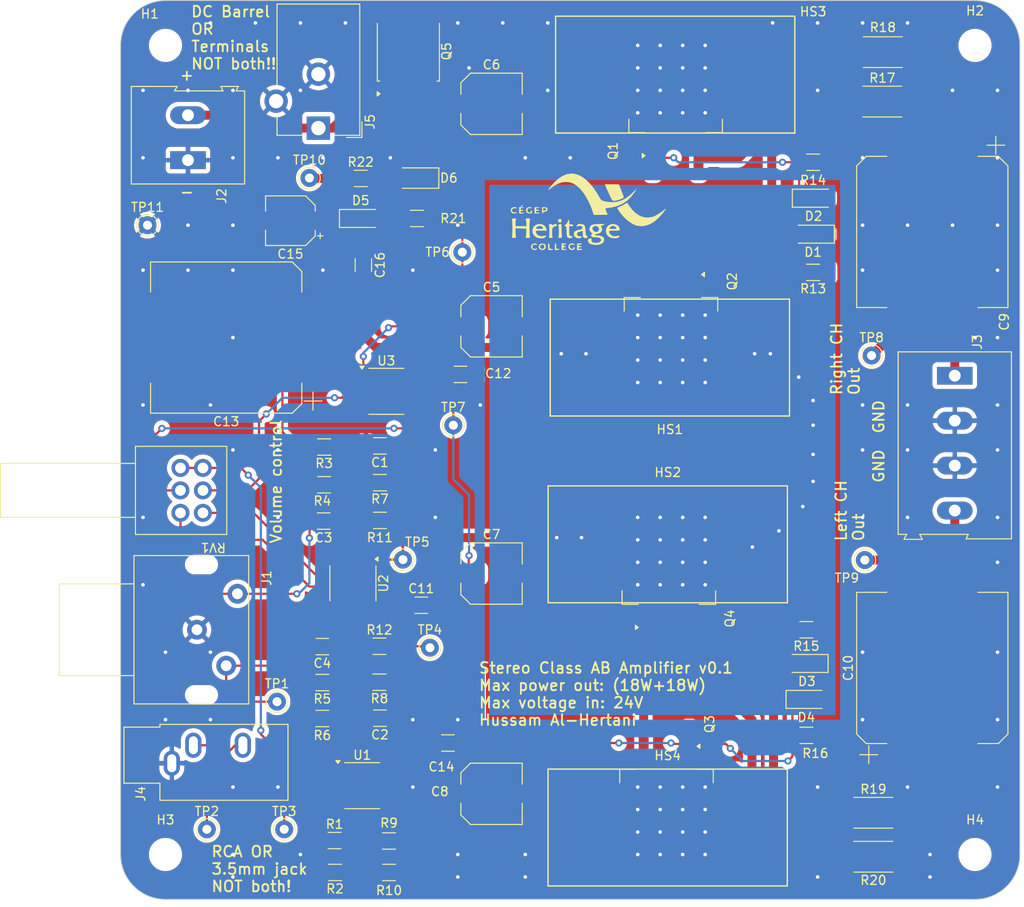
<source format=kicad_pcb>
(kicad_pcb (version 20240108) (generator "pcbnew") (generator_version "8.0")
  (layers (0 "F.Cu" signal) (31 "B.Cu" signal) (34 "B.Paste" user) (35 "F.Paste" user) (36 "B.SilkS" user "B.Silkscreen") (37 "F.SilkS" user "F.Silkscreen") (38 "B.Mask" user) (39 "F.Mask" user) (44 "Edge.Cuts" user))
  (net 0 "")
  (net 1 "Net-(C1-Pad1)")
  (net 2 "GND")
  (net 3 "Net-(C2-Pad1)")
  (net 4 "Net-(U2A-+)")
  (net 5 "Net-(J1-IN1)")
  (net 6 "Net-(U2B-+)")
  (net 7 "Net-(J1-IN2)")
  (net 8 "Net-(U3A--)")
  (net 9 "Net-(D1-A)")
  (net 10 "Net-(D2-K)")
  (net 11 "Net-(U3B--)")
  (net 12 "Net-(D3-A)")
  (net 13 "Net-(D4-K)")
  (net 14 "/POWC")
  (net 15 "/POWD")
  (net 16 "/POWG")
  (net 17 "/POWH")
  (net 18 "VCC")
  (net 19 "Net-(D1-K)")
  (net 20 "Net-(D3-K)")
  (net 21 "Net-(D5-A)")
  (net 22 "Net-(D6-A)")
  (net 23 "/PWRIN")
  (net 24 "/POWB")
  (net 25 "/POWF")
  (net 26 "/POWA")
  (net 27 "/POWE")
  (net 28 "Net-(U1A-+)")
  (net 29 "Net-(U2A--)")
  (net 30 "Net-(U2B--)")
  (net 31 "Net-(U1B-+)")
  (net 32 "Net-(R11-Pad2)")
  (net 33 "Net-(R12-Pad2)")
  (net 34 "Net-(U3A-+)")
  (net 35 "VCC_DIV_2")
  (net 36 "Net-(U3B-+)")
  (net 37 "Net-(U1B--)")
  (footprint "Resistor_SMD:R_1206_3216Metric_Pad1.30x1.75mm_HandSolder" (layer "F.Cu") (at 128.8375 103.6375 180)
    (property "Reference" "R7")
    (property "Value" "10k")
  )
  (footprint "Capacitor_SMD:CP_Elec_16x17.5" (layer "F.Cu") (at 190.25 75.75 -90)
    (property "Reference" "C9")
    (property "Value" "1000u")
  )
  (footprint "Resistor_SMD:R_2512_6332Metric_Pad1.40x3.35mm_HandSolder" (layer "F.Cu") (at 184.75 55.75 180)
    (property "Reference" "R18")
    (property "Value" "1")
  )
  (footprint "TestPoint:TestPoint_THTPad_D2.0mm_Drill1.0mm" (layer "F.Cu") (at 103 75)
    (property "Reference" "TP11")
    (property "Value" "GND")
  )
  (footprint "Resistor_SMD:R_1206_3216Metric_Pad1.30x1.75mm_HandSolder" (layer "F.Cu") (at 122.4375 125.875 180)
    (property "Reference" "R5")
    (property "Value" "22k")
  )
  (footprint "Package_TO_SOT_SMD:TO-252-2" (layer "F.Cu") (at 132.0025 55.66 90)
    (property "Reference" "Q5")
    (property "Value" "DMP6180SK3")
  )
  (footprint "Resistor_SMD:R_1206_3216Metric_Pad1.30x1.75mm_HandSolder" (layer "F.Cu") (at 122.6375 99.675 180)
    (property "Reference" "R3")
    (property "Value" "22k")
  )
  (footprint "TestPoint:TestPoint_THTPad_D2.0mm_Drill1.0mm" (layer "F.Cu") (at 138 78)
    (property "Reference" "TP6")
    (property "Value" "INR2")
  )
  (footprint "Connector_Audio:Jack_3.5mm_CUI_SJ1-3533NG_Horizontal" (layer "F.Cu") (at 105.7 134.85 90)
    (property "Reference" "J4")
    (property "Value" "AudioJack3")
  )
  (footprint "Resistor_SMD:R_1206_3216Metric_Pad1.30x1.75mm_HandSolder" (layer "F.Cu") (at 122.6375 103.875)
    (property "Reference" "R4")
    (property "Value" "22k")
  )
  (footprint "Resistor_SMD:R_1206_3216Metric_Pad1.30x1.75mm_HandSolder" (layer "F.Cu") (at 129.85 147)
    (property "Reference" "R10")
    (property "Value" "22k")
  )
  (footprint "MountingHole:MountingHole_3.2mm_M3_ISO7380" (layer "F.Cu") (at 195 145)
    (property "Reference" "H4")
    (property "Value" "MountingHole")
  )
  (footprint "TestPoint:TestPoint_THTPad_D2.0mm_Drill1.0mm" (layer "F.Cu") (at 121 69.75)
    (property "Reference" "TP10")
    (property "Value" "VCC")
  )
  (footprint "Capacitor_SMD:C_Elec_6.3x5.4" (layer "F.Cu") (at 141.25 113.75)
    (property "Reference" "C7")
    (property "Value" "33u")
  )
  (footprint "Package_TO_SOT_SMD:TO-263-2" (layer "F.Cu") (at 160.96 112.35 90)
    (property "Reference" "Q4")
    (property "Value" "NJVMJB41CT4G")
  )
  (footprint "Package_SO:SOIC-8_3.9x4.9mm_P1.27mm" (layer "F.Cu") (at 125.8375 114.8375 -90)
    (property "Reference" "U2")
    (property "Value" "NE5532")
  )
  (footprint "myparts:RCJ-2223" (layer "F.Cu") (at 108.5 120 90)
    (property "Reference" "J1")
    (property "Value" "Conn_Coaxial_x2")
  )
  (footprint "Diode_SMD:D_SOD-123" (layer "F.Cu") (at 177.05 72)
    (property "Reference" "D2")
    (property "Value" "1N4148W")
  )
  (footprint "Resistor_SMD:R_1206_3216Metric_Pad1.30x1.75mm_HandSolder" (layer "F.Cu") (at 123.8 143.45)
    (property "Reference" "R1")
    (property "Value" "22k")
  )
  (footprint "TestPoint:TestPoint_THTPad_D2.0mm_Drill1.0mm" (layer "F.Cu") (at 131.4 112.2)
    (property "Reference" "TP5")
    (property "Value" "INR1")
  )
  (footprint "Resistor_SMD:R_1206_3216Metric_Pad1.30x1.75mm_HandSolder" (layer "F.Cu") (at 128.8375 107.8375)
    (property "Reference" "R11")
    (property "Value" "220k")
  )
  (footprint "TestPoint:TestPoint_THTPad_D2.0mm_Drill1.0mm" (layer "F.Cu") (at 183.5 89.5)
    (property "Reference" "TP8")
    (property "Value" "OUTR")
  )
  (footprint "Capacitor_SMD:C_Elec_6.3x5.4" (layer "F.Cu") (at 141.25 86.25)
    (property "Reference" "C5")
    (property "Value" "33u")
  )
  (footprint "TestPoint:TestPoint_THTPad_D2.0mm_Drill1.0mm" (layer "F.Cu") (at 117.4 128)
    (property "Reference" "TP1")
    (property "Value" "INL0")
  )
  (footprint "Diode_SMD:D_SOD-123" (layer "F.Cu") (at 176.305 123.75 180)
    (property "Reference" "D3")
    (property "Value" "1N4148W")
  )
  (footprint "Heatsink:Heatsink_AAVID_573300D00010G_TO-263" (layer "F.Cu") (at 160.83 142)
    (property "Reference" "HS4")
    (property "Value" "Q3")
  )
  (footprint "Capacitor_SMD:C_1206_3216Metric_Pad1.33x1.80mm_HandSolder" (layer "F.Cu") (at 128.8375 99.55 180)
    (property "Reference" "C1")
    (property "Value" "1u")
  )
  (footprint "Resistor_SMD:R_1206_3216Metric_Pad1.30x1.75mm_HandSolder" (layer "F.Cu") (at 126.7 69.8)
    (property "Reference" "R22")
    (property "Value" "2.4k")
  )
  (footprint "Package_TO_SOT_SMD:TO-263-2" (layer "F.Cu") (at 160.7 140.35 -90)
    (property "Reference" "Q3")
    (property "Value" "NJVMJB42CT4G")
  )
  (footprint "Resistor_SMD:R_1206_3216Metric_Pad1.30x1.75mm_HandSolder" (layer "F.Cu") (at 123.85 147 180)
    (property "Reference" "R2")
    (property "Value" "22k")
  )
  (footprint "Capacitor_SMD:C_1206_3216Metric_Pad1.33x1.80mm_HandSolder" (layer "F.Cu") (at 127 79.4375 -90)
    (property "Reference" "C16")
    (property "Value" "1u")
  )
  (footprint "MountingHole:MountingHole_3.2mm_M3_ISO7380" (layer "F.Cu") (at 105 55)
    (property "Reference" "H1")
    (property "Value" "MountingHole")
  )
  (footprint "Diode_SMD:D_SOD-123" (layer "F.Cu") (at 126.7 74.25)
    (property "Reference" "D5")
    (property "Value" "MMSZ52XXB")
  )
  (footprint "Heatsink:Heatsink_AAVID_573300D00010G_TO-263" (layer "F.Cu") (at 160.84 110.5)
    (property "Reference" "HS2")
    (property "Value" "Q4")
  )
  (footprint "Capacitor_SMD:C_Elec_6.3x5.4" (layer "F.Cu") (at 141.25 61.5)
    (property "Reference" "C6")
    (property "Value" "33u")
  )
  (footprint "Resistor_SMD:R_1206_3216Metric_Pad1.30x1.75mm_HandSolder" (layer "F.Cu") (at 122.4375 129.875)
    (property "Reference" "R6")
    (property "Value" "22k")
  )
  (footprint "Capacitor_SMD:C_1206_3216Metric_Pad1.33x1.80mm_HandSolder" (layer "F.Cu") (at 133.4375 117.275)
    (property "Reference" "C11")
    (property "Value" "1u")
  )
  (footprint "Capacitor_SMD:CP_Elec_16x17.5" (layer "F.Cu") (at 190.25 124.25 90)
    (property "Reference" "C10")
    (property "Value" "1000u")
  )
  (footprint "Diode_SMD:D_SOD-123" (layer "F.Cu") (at 176.35 127.75)
    (property "Reference" "D4")
    (property "Value" "1N4148W")
  )
  (footprint "Heatsink:Heatsink_AAVID_573300D00010G_TO-263" (layer "F.Cu") (at 161.67 58.25)
    (property "Reference" "HS3")
    (property "Value" "Q1")
  )
  (footprint "TestPoint:TestPoint_THTPad_D2.0mm_Drill1.0mm" (layer "F.Cu") (at 134.4 122)
    (property "Reference" "TP4")
    (property "Value" "INL1")
  )
  (footprint "MountingHole:MountingHole_3.2mm_M3_ISO7380" (layer "F.Cu") (at 195 55)
    (property "Reference" "H2")
    (property "Value" "MountingHole")
  )
  (footprint "Resistor_SMD:R_2512_6332Metric_Pad1.40x3.35mm_HandSolder" (layer "F.Cu") (at 184.7 61.25)
    (property "Reference" "R17")
    (property "Value" "1")
  )
  (footprint "myparts:PTD902-2015K-B103" (layer "F.Cu") (at 106.6625 107 180)
    (property "Reference" "RV1")
    (property "Value" "10k")
  )
  (footprint "TerminalBlock:TerminalBlock_Altech_AK300-4_P5.00mm" (layer "F.Cu") (at 192.75 91.74 -90)
    (property "Reference" "J3")
    (property "Value" "Screw_Terminal_01x04")
  )
  (footprint "TerminalBlock:TerminalBlock_Altech_AK300-2_P5.00mm" (layer "F.Cu") (at 107.5 67.765 90)
    (property "Reference" "J2")
    (property "Value" "Screw_Terminal_01x02")
  )
  (footprint "Resistor_SMD:R_1206_3216Metric_Pad1.30x1.75mm_HandSolder" (layer "F.Cu") (at 177 68)
    (property "Reference" "R14")
    (property "Value" "3k")
  )
  (footprint "Package_SO:SOIC-8_3.9x4.9mm_P1.27mm" (layer "F.Cu") (at 126.875 137.345)
    (property "Reference" "U1")
    (property "Value" "NE5532")
  )
  (footprint "Package_TO_SOT_SMD:TO-263-2" (layer "F.Cu") (at 161.715 59.875 90)
    (property "Reference" "Q1")
    (property "Value" "NJVMJB42CT4G")
  )
  (footprint "logos:heritage-logo-small" (layer "F.Cu") (at 151.75 73.5)
    (property "Reference" "G***" (hide yes))
    (property "Value" "LOGO" (hide yes))
  )
  (footprint "Resistor_SMD:R_1206_3216Metric_Pad1.30x1.75mm_HandSolder" (layer "F.Cu") (at 176.25 131.75)
    (property "Reference" "R16")
    (property "Value" "3k")
  )
  (footprint "TestPoint:TestPoint_THTPad_D2.0mm_Drill1.0mm" (layer "F.Cu") (at 118.2 142.2)
    (property "Reference" "TP3")
    (property "Value" "VCC_DIV_2")
  )
  (footprint "TestPoint:TestPoint_THTPad_D2.0mm_Drill1.0mm" (layer "F.Cu") (at 137 97.25)
    (property "Reference" "TP7")
    (property "Value" "INL2")
  )
  (footprint "Resistor_SMD:R_2512_6332Metric_Pad1.40x3.35mm_HandSolder" (layer "F.Cu") (at 183.7 140.36)
    (property "Reference" "R19")
    (property "Value" "1")
  )
  (footprint "Resistor_SMD:R_2512_6332Metric_Pad1.40x3.35mm_HandSolder" (layer "F.Cu") (at 183.7 145.25 180)
    (property "Reference" "R20")
    (property "Value" "1")
  )
  (footprint "Resistor_SMD:R_1206_3216Metric_Pad1.30x1.75mm_HandSolder" (layer "F.Cu") (at 129.85 143.5 180)
    (property "Reference" "R9")
    (property "Value" "22k")
  )
  (footprint "Heatsink:Heatsink_AAVID_573300D00010G_TO-263" (layer "F.Cu") (at 161.07 89.725 180)
    (property "Reference" "HS1")
    (property "Value" "Q2")
  )
  (footprint "Package_TO_SOT_SMD:TO-263-2" (layer "F.Cu") (at 161.2 87.875 -90)
    (property "Reference" "Q2")
    (property "Value" "NJVMJB41CT4G")
  )
  (footprint "Capacitor_SMD:C_1206_3216Metric_Pad1.33x1.80mm_HandSolder" (layer "F.Cu") (at 122.4375 121.875 180)
    (property "Reference" "C4")
    (property "Value" "1u")
  )
  (footprint "LED_SMD:LED_1206_3216Metric_Pad1.42x1.75mm_HandSolder" (layer "F.Cu") (at 132.9275 69.76 180)
    (property "Reference" "D6")
    (property "Value" "LED")
  )
  (footprint "Resistor_SMD:R_1206_3216Metric_Pad1.30x1.75mm_HandSolder" (layer "F.Cu") (at 176.25 120 180)
    (property "Reference" "R15")
    (property "Value" "3k")
  )
  (footprint "Diode_SMD:D_SOD-123" (layer "F.Cu") (at 177 76 180)
    (property "Reference" "D1")
    (property "Value" "1N4148W")
  )
  (footprint "Capacitor_SMD:C_1206_3216Metric_Pad1.33x1.80mm_HandSolder" (layer "F.Cu") (at 122.5875 107.9125 180)
    (property "Reference" "C3")
    (property "Value" "1u")
  )
  (footprint "Connector_BarrelJack:BarrelJack_CUI_PJ-102AH_Horizontal" (layer "F.Cu") (at 122 64.2 180)
    (property "Reference" "J5")
    (property "Value" "Barrel_Jack_Switch")
  )
  (footprint "Capacitor_SMD:C_Elec_6.3x5.4" (layer "F.Cu") (at 141.25 138.25)
    (property "Reference" "C8")
    (property "Value" "33u")
  )
  (footprint "MountingHole:MountingHole_3.2mm_M3_ISO7380" (layer "F.Cu") (at 105 145)
    (property "Reference" "H3")
    (property "Value" "MountingHole")
  )
  (footprint "TestPoint:TestPoint_THTPad_D2.0mm_Drill1.0mm" (layer "F.Cu") (at 182.75 112.25)
    (property "Reference" "TP9")
    (property "Value" "OUTL")
  )
  (footprint "Resistor_SMD:R_1206_3216Metric_Pad1.30x1.75mm_HandSolder" (layer "F.Cu") (at 177 80.25 180)
    (property "Reference" "R13")
    (property "Value" "3k")
  )
  (footprint "Resistor_SMD:R_1206_3216Metric_Pad1.30x1.75mm_HandSolder" (layer "F.Cu") (at 128.7875 121.8375)
    (property "Reference" "R12")
    (property "Value" "220k")
  )
  (footprint "Capacitor_SMD:CP_Elec_16x17.5" (layer "F.Cu") (at 111.75 87.5 180)
    (property "Reference" "C13")
    (property "Value" "1000u")
  )
  (footprint "Capacitor_SMD:C_1206_3216Metric_Pad1.33x1.80mm_HandSolder" (layer "F.Cu") (at 137.8 91.6)
    (property "Reference" "C12")
    (property "Value" "1u")
  )
  (footprint "Capacitor_SMD:CP_Elec_5x5.3" (layer "F.Cu") (at 118.8875 74.5 180)
    (property "Reference" "C15")
    (property "Value" "10u")
  )
  (footprint "Capacitor_SMD:C_1206_3216Metric_Pad1.33x1.80mm_HandSolder" (layer "F.Cu") (at 136.4 132.6)
    (property "Reference" "C14")
    (property "Value" "1u")
  )
  (footprint "Capacitor_SMD:C_1206_3216Metric_Pad1.33x1.80mm_HandSolder" (layer "F.Cu") (at 128.8375 129.8375 180)
    (property "Reference" "C2")
    (property "Value" "1u")
  )
  (footprint "Resistor_SMD:R_1206_3216Metric_Pad1.30x1.75mm_HandSolder" (layer "F.Cu") (at 128.7875 125.8375 180)
    (property "Reference" "R8")
    (property "Value" "10k")
  )
  (footprint "Resistor_SMD:R_1206_3216Metric_Pad1.30x1.75mm_HandSolder" (layer "F.Cu") (at 132.95 74.25)
    (property "Reference" "R21")
    (property "Value" "100k")
  )
  (footprint "TestPoint:TestPoint_THTPad_D2.0mm_Drill1.0mm" (layer "F.Cu") (at 109.6 142.2)
    (property "Reference" "TP2")
    (property "Value" "INR0")
  )
  (footprint "Package_SO:SOIC-8_3.9x4.9mm_P1.27mm" (layer "F.Cu") (at 129.55 93.48)
    (property "Reference" "U3")
    (property "Value" "NE5532")
  )
  (gr_line (start 105 50) (end 195 50) (stroke (width 0.1)) (layer "Edge.Cuts"))
  (gr_arc (start 195 50) (mid 198.535534 51.464466) (end 200 55) (stroke (width 0.1)) (layer "Edge.Cuts"))
  (gr_line (start 200 55) (end 200 145) (stroke (width 0.1)) (layer "Edge.Cuts"))
  (gr_arc (start 105 150) (mid 101.464466 148.535534) (end 100 145) (stroke (width 0.1)) (layer "Edge.Cuts"))
  (gr_line (start 195 150) (end 105 150) (stroke (width 0.1)) (layer "Edge.Cuts"))
  (gr_arc (start 100 55) (mid 101.464466 51.464466) (end 105 50) (stroke (width 0.1)) (layer "Edge.Cuts"))
  (gr_line (start 100 145) (end 100 55) (stroke (width 0.1)) (layer "Edge.Cuts"))
  (gr_arc (start 200 145) (mid 198.535534 148.535534) (end 195 150) (stroke (width 0.1)) (layer "Edge.Cuts"))
  (gr_text "DC Barrel \nOR \nTerminals \nNOT both!!" (at 107.75 57.75 0) (layer "F.SilkS") (effects (font (size 1.2 1.2) (thickness 0.2) (bold yes)) (justify left bottom)))
  (gr_text "RCA OR \n3.5mm jack \nNOT both! \n" (at 110 149.25 0) (layer "F.SilkS") (effects (font (size 1.2 1.2) (thickness 0.2) (bold yes)) (justify left bottom)))
  (gr_text "Right CH\nOut" (at 182.25 94 90) (layer "F.SilkS") (effects (font (size 1.2 1.2) (thickness 0.2) (bold yes)) (justify left bottom)))
  (gr_text "-" (at 106.5 72 0) (layer "F.SilkS") (effects (font (size 1.2 1.2) (thickness 0.2) (bold yes)) (justify left bottom)))
  (gr_text "Left CH\nOut" (at 182.75 110.25 90) (layer "F.SilkS") (effects (font (size 1.2 1.2) (thickness 0.2) (bold yes)) (justify left bottom)))
  (gr_text "Stereo Class AB Amplifier v0.1\nMax power out: (18W+18W)\nMax voltage in: 24V \nHussam Al-Hertani" (at 139.75 130.75 0) (layer "F.SilkS") (effects (font (size 1.2 1.2) (thickness 0.2) (bold yes)) (justify left bottom)))
  (gr_text "GND  GND" (at 185 103.75 90) (layer "F.SilkS") (effects (font (size 1.2 1.2) (thickness 0.2) (bold yes)) (justify left bottom)))
  (gr_text "Volume control" (at 118 110.5 90) (layer "F.SilkS") (effects (font (size 1.2 1.2) (thickness 0.2) (bold yes)) (justify left bottom)))
  (gr_text "+" (at 106.5 59 0) (layer "F.SilkS") (effects (font (size 1.2 1.2) (thickness 0.2) (bold yes)) (justify left bottom)))
  (segment (start 130.4 103.625) (end 130.3875 103.6375) (width 0.25) (layer "F.Cu") (net 1))
  (segment (start 130.4 99.55) (end 130.4 103.625) (width 0.25) (layer "F.Cu") (net 1))
  (via (at 197.5 112.5) (size 0.8) (drill 0.4) (layers "F.Cu" "B.Cu") (net 2))
  (via (at 125 52.5) (size 0.8) (drill 0.4) (layers "F.Cu" "B.Cu") (net 2))
  (via (at 177.5 137.5) (size 0.8) (drill 0.4) (layers "F.Cu" "B.Cu") (net 2))
  (via (at 110 130) (size 0.8) (drill 0.4) (layers "F.Cu" "B.Cu") (net 2))
  (via (at 102.5 115) (size 0.8) (drill 0.4) (layers "F.Cu" "B.Cu") (net 2))
  (via (at 147.5 52.5) (size 0.8) (drill 0.4) (layers "F.Cu" "B.Cu") (net 2))
  (via (at 157.5 142.5) (size 0.8) (drill 0.4) (layers "F.Cu" "B.Cu") (net 2))
  (via (at 160 57.5) (size 0.8) (drill 0.4) (layers "F.Cu" "B.Cu") (net 2))
  (via (at 135 107.5) (size 0.8) (drill 0.4) (layers "F.Cu" "B.Cu") (net 2))
  (via (at 187.5 137.5) (size 0.8) (drill 0.4) (layers "F.Cu" "B.Cu") (net 2))
  (via (at 117.5 107.5) (size 0.8) (drill 0.4) (layers "F.Cu" "B.Cu") (net 2))
  (via (at 162.5 140) (size 0.8) (drill 0.4) (layers "F.Cu" "B.Cu") (net 2))
  (via (at 197.5 95) (size 0.8) (drill 0.4) (layers "F.Cu" "B.Cu") (net 2))
  (via (at 182.5 122.5) (size 0.8) (drill 0.4) (layers "F.Cu" "B.Cu") (net 2))
  (via (at 112.5 147.5) (size 0.8) (drill 0.4) (layers "F.Cu" "B.Cu") (net 2))
  (via (at 197.5 137.5) (size 0.8) (drill 0.4) (layers "F.Cu" "B.Cu") (net 2))
  (via (at 182.5 80) (size 0.8) (drill 0.4) (layers "F.Cu" "B.Cu") (net 2))
  (via (at 110 122.5) (size 0.8) (drill 0.4) (layers "F.Cu" "B.Cu") (net 2))
  (via (at 157.5 62.5) (size 0.8) (drill 0.4) (layers "F.Cu" "B.Cu") (net 2))
  (via (at 182.5 52.5) (size 0.8) (drill 0.4) (layers "F.Cu" "B.Cu") (net 2))
  (via (at 197.5 87.5) (size 0.8) (drill 0.4) (layers "F.Cu" "B.Cu") (net 2))
  (via (at 132.5 137.5) (size 0.8) (drill 0.4) (layers "F.Cu" "B.Cu") (net 2))
  (via (at 142.5 52.5) (size 0.8) (drill 0.4) (layers "F.Cu" "B.Cu") (net 2))
  (via (at 187.5 100) (size 0.8) (drill 0.4) (layers "F.Cu" "B.Cu") (net 2))
  (via (at 160 62.5) (size 0.8) (drill 0.4) (layers "F.Cu" "B.Cu") (net 2))
  (via (at 197.5 67.5) (size 0.8) (drill 0.4) (layers "F.Cu" "B.Cu") (net 2))
  (via (at 190 147.5) (size 0.8) (drill 0.4) (layers "F.Cu" "B.Cu") (net 2))
  (via (at 132.5 130) (size 0.8) (drill 0.4) (layers "F.Cu" "B.Cu") (net 2))
  (via (at 162.5 137.5) (size 0.8) (drill 0.4) (layers "F.Cu" "B.Cu") (net 2))
  (via (at 160 55) (size 0.8) (drill 0.4) (layers "F.Cu" "B.Cu") (net 2))
  (via (at 197.5 107.5) (size 0.8) (drill 0.4) (layers "F.Cu" "B.Cu") (net 2))
  (via (at 197.5 122.5) (size 0.8) (drill 0.4) (layers "F.Cu" "B.Cu") (net 2))
  (via (at 160 145) (size 0.8) (drill 0.4) (layers "F.Cu" "B.Cu") (net 2))
  (via (at 145 67.5) (size 0.8) (drill 0.4) (layers "F.Cu" "B.Cu") (net 2))
  (via (at 102.5 67.5) (size 0.8) (drill 0.4) (layers "F.Cu" "B.Cu") (net 2))
  (via (at 160 137.5) (size 0.8) (drill 0.4) (layers "F.Cu" "B.Cu") (net 2))
  (via (at 112.5 75) (size 0.8) (drill 0.4) (layers "F.Cu" "B.Cu") (net 2))
  (via (at 140 95) (size 0.8) (drill 0.4) (layers "F.Cu" "B.Cu") (net 2))
  (via (at 197.5 80) (size 0.8) (drill 0.4) (layers "F.Cu" "B.Cu") (net 2))
  (via (at 137.5 147.5) (size 0.8) (drill 0.4) (layers "F.Cu" "B.Cu") (net 2))
  (via (at 112.5 60) (size 0.8) (drill 0.4) (layers "F.Cu" "B.Cu") (net 2))
  (via (at 162.5 60) (size 0.8) (drill 0.4) (layers "F.Cu" "B.Cu") (net 2))
  (via (at 107.5 60) (size 0.8) (drill 0.4) (layers "F.Cu" "B.Cu") (net 2))
  (via (at 120 52.5) (size 0.8) (drill 0.4) (layers "F.Cu" "B.Cu") (net 2))
  (via (at 157.5 145) (size 0.8) (drill 0.4) (layers "F.Cu" "B.Cu") (net 2))
  (via (at 162.5 142.5) (size 0.8) (drill 0.4) (layers "F.Cu" "B.Cu") (net 2))
  (via (at 107.5 75) (size 0.8) (drill 0.4) (layers "F.Cu" "B.Cu") (net 2))
  (via (at 160 60) (size 0.8) (drill 0.4) (layers "F.Cu" "B.Cu") (net 2))
  (via (at 135 100) (size 0.8) (drill 0.4) (layers "F.Cu" "B.Cu") (net 2))
  (via (at 150 67.5) (size 0.8) (drill 0.4) (layers "F.Cu" "B.Cu") (net 2))
  (via (at 112.5 67.5) (size 0.8) (drill 0.4) (layers "F.Cu" "B.Cu") (net 2))
  (via (at 187.5 95) (size 0.8) (drill 0.4) (layers "F.Cu" "B.Cu") (net 2))
  (via (at 102.5 80) (size 0.8) (drill 0.4) (layers "F.Cu" "B.Cu") (net 2))
  (via (at 160 142.5) (size 0.8) (drill 0.4) (layers "F.Cu" "B.Cu") (net 2))
  (via (at 172.5 52.5) (size 0.8) (drill 0.4) (layers "F.Cu" "B.Cu") (net 2))
  (via (at 182.5 67.5) (size 0.8) (drill 0.4) (layers "F.Cu" "B.Cu") (net 2))
  (via (at 182.5 100) (size 0.8) (drill 0.4) (layers "F.Cu" "B.Cu") (net 2))
  (via (at 197.5 75) (size 0.8) (drill 0.4) (layers "F.Cu" "B.Cu") (net 2))
  (via (at 165 137.5) (size 0.8) (drill 0.4) (layers "F.Cu" "B.Cu") (net 2))
  (via (at 122.5 80) (size 0.8) (drill 0.4) (layers "F.Cu" "B.Cu") (net 2))
  (via (at 187.5 52.5) (size 0.8) (drill 0.4) (layers "F.Cu" "B.Cu") (net 2))
  (via (at 160 140) (size 0.8) (drill 0.4) (layers "F.Cu" "B.Cu") (net 2))
  (via (at 117.5 100) (size 0.8) (drill 0.4) (layers "F.Cu" "B.Cu") (net 2))
  (via (at 182.5 107.5) (size 0.8) (drill 0.4) (layers "F.Cu" "B.Cu") (net 2))
  (via (at 115 52.5) (size 0.8) (drill 0.4) (layers "F.Cu" "B.Cu") (net 2))
  (via (at 190 145) (size 0.8) (drill 0.4) (layers "F.Cu" "B.Cu") (net 2))
  (via (at 117.5 67.5) (size 0.8) (drill 0.4) (layers "F.Cu" "B.Cu") (net 2))
  (via (at 177.5 147.5) (size 0.8) (drill 0.4) (layers "F.Cu" "B.Cu") (net 2))
  (via (at 112.5 137.5) (size 0.8) (drill 0.4) (layers "F.Cu" "B.Cu") (net 2))
  (via (at 162.5 145) (size 0.8) (drill 0.4) (layers "F.Cu" "B.Cu") (net 2))
  (via (at 157.5 57.5) (size 0.8) (drill 0.4) (layers "F.Cu" "B.Cu") (net 2))
  (via (at 182.5 130) (size 0.8) (drill 0.4) (layers "F.Cu" "B.Cu") (net 2))
  (via (at 122.5 67.5) (size 0.8) (drill 0.4) (layers "F.Cu" "B.Cu") (net 2))
  (via (at 177.5 60) (size 0.8) (drill 0.4) (layers "F.Cu" "B.Cu") (net 2))
  (via (at 165 140) (size 0.8) (drill 0.4) (layers "F.Cu" "B.Cu") (net 2))
  (via (at 110 52.5) (size 0.8) (drill 0.4) (layers "F.Cu" "B.Cu") (net 2))
  (via (at 112.5 100) (size 0.8) (drill 0.4) (layers "F.Cu" "B.Cu") (net 2))
  (via (at 157.5 60) (size 0.8) (drill 0.4) (layers "F.Cu" "B.Cu") (net 2))
  (via (at 137.5 52.5) (size 0.8) (drill 0.4) (layers "F.Cu" "B.Cu") (net 2))
  (via (at 197.5 100) (size 0.8) (drill 0.4) (layers "F.Cu" "B.Cu") (net 2))
  (via (at 107.5 80) (size 0.8) (drill 0.4) (layers "F.Cu" "B.Cu") (net 2))
  (via (at 105 130) (size 0.8) (drill 0.4) (layers "F.Cu" "B.Cu") (net 2))
  (via (at 102.5 107.5) (size 0.8) (drill 0.4) (layers "F.Cu" "B.Cu") (net 2))
  (via (at 157.5 140) (size 0.8) (drill 0.4) (layers "F.Cu" "B.Cu") (net 2))
  (via (at 112.5 145) (size 0.8) (drill 0.4) (layers "F.Cu" "B.Cu") (net 2))
  (via (at 102.5 95) (size 0.8) (drill 0.4) (layers "F.Cu" "B.Cu") (net 2))
  (via (at 165 62.5) (size 0.8) (drill 0.4) (layers "F.Cu" "B.Cu") (net 2))
  (via (at 130 67.5) (size 0.8) (drill 0.4) (layers "F.Cu" "B.Cu") (net 2))
  (via (at 165 55) (size 0.8) (drill 0.4) (layers "F.Cu" "B.Cu") (net 2))
  (via (at 187.5 75) (size 0.8) (drill 0.4) (layers "F.Cu" "B.Cu") (net 2))
  (via (at 112.5 87.5) (size 0.8) (drill 0.4) (layers "F.Cu" "B.Cu") (net 2))
  (via (at 165 60) (size 0.8) (drill 0.4) (layers "F.Cu" "B.Cu") (net 2))
  (via (at 137.5 75) (size 0.8) (drill 0.4) (layers "F.Cu" "B.Cu") (net 2))
  (via (at 105 122.5) (size 0.8) (drill 0.4) (layers "F.Cu" "B.Cu") (net 2))
  (via (at 112.5 80) (size 0.8) (drill 0.4) (layers "F.Cu" "B.Cu") (net 2))
  (via (at 182.5 95) (size 0.8) (drill 0.4) (layers "F.Cu" "B.Cu") (net 2))
  (via (at 162.5 62.5) (size 0.8) (drill 0.4) (layers "F.Cu" "B.Cu") (net 2))
  (via (at 120 145) (size 0.8) (drill 0.4) (layers "F.Cu" "B.Cu") (net 2))
  (via (at 182.5 75) (size 0.8) (drill 0.4) (layers "F.Cu" "B.Cu") (net 2))
  (via (at 138.75 57.5) (size 0.8) (drill 0.4) (layers "F.Cu" "B.Cu") (net 2))
  (via (at 192.5 75) (size 0.8) (drill 0.4) (layers "F.Cu" "B.Cu") (net 2))
  (via (at 162.5 55) (size 0.8) (drill 0.4) (layers "F.Cu" "B.Cu") (net 2))
  (via (at 145 145) (size 0.8) (drill 0.4) (layers "F.Cu" "B.Cu") (net 2))
  (via (at 165 145) (size 0.8) (drill 0.4) (layers "F.Cu" "B.Cu") (net 2))
  (via (at 187.5 107.5) (size 0.8) (drill 0.4) (layers "F.Cu" "B.Cu") (net 2))
  (via (at 117.5 137.5) (size 0.8) (drill 0.4) (layers "F.Cu" "B.Cu") (net 2))
  (via (at 165 142.5) (size 0.8) (drill 0.4) (layers "F.Cu" "B.Cu") (net 2))
  (via (at 145 147.5) (size 0.8) (drill 0.4) (layers "F.Cu" "B.Cu") (net 2))
  (via (at 137.5 145) (size 0.8) (drill 0.4) (layers "F.Cu" "B.Cu") (net 2))
  (via (at 132.5 80) (size 0.8) (drill 0.4) (layers "F.Cu" "B.Cu") (net 2))
  (via (at 165 57.5) (size 0.8) (drill 0.4) (layers "F.Cu" "B.Cu") (net 2))
  (via (at 192.5 60) (size 0.8) (drill 0.4) (layers "F.Cu" "B.Cu") (net 2))
  (via (at 162.5 57.5) (size 0.8) (drill 0.4) (layers "F.Cu" "B.Cu") (net 2))
  (via (at 195 87.5) (size 0.8) (drill 0.4) (layers "F.Cu" "B.Cu") (net 2))
  (via (at 147.5 60) (size 0.8) (drill 0.4) (layers "F.Cu" "B.Cu") (net 2))
  (via (at 177.5 52.5) (size 0.8) (drill 0.4) (layers "F.Cu" "B.Cu") (net 2))
  (via (at 102.5 60) (size 0.8) (drill 0.4) (layers "F.Cu" "B.Cu") (net 2))
  (via (at 157.5 55) (size 0.8) (drill 0.4) (layers "F.Cu" "B.Cu") (net 2))
  (via (at 157.5 137.5) (size 0.8) (drill 0.4) (layers "F.Cu" "B.Cu") (net 2))
  (via (at 197.5 60) (size 0.8) (drill 0.4) (layers "F.Cu" "B.Cu") (net 2))
  (via (at 110 95) (size 0.8) (drill 0.4) (layers "F.Cu" "B.Cu") (net 2))
  (via (at 137.5 130) (size 0.8) (drill 0.4) (layers "F.Cu" "B.Cu") (net 2))
  (via (at 197.5 130) (size 0.8) (drill 0.4) (layers "F.Cu" "B.Cu") (net 2))
  (via (at 120 60) (size 0.8) (drill 0.4) (layers "F.Cu" "B.Cu") (net 2))
  (segment (start 130.4 125.9) (end 130.3375 125.8375) (width 0.25) (layer "F.Cu") (net 3))
  (segment (start 130.4 129.8375) (end 130.4 125.9) (width 0.25) (layer "F.Cu") (net 3))
  (segment (start 124.1875 103.875) (end 124.1875 104.3875) (width 0.25) (layer "F.Cu") (net 4))
  (segment (start 124.15 104.425) (end 124.15 107.9125) (width 0.25) (layer "F.Cu") (net 4))
  (segment (start 124.15 107.9125) (end 124.15 108.95) (width 0.25) (layer "F.Cu") (net 4))
  (segment (start 125.2025 110.4025) (end 125.2025 112.3625) (width 0.25) (layer "F.Cu") (net 4))
  (segment (start 124.1875 99.675) (end 124.1875 103.875) (width 0.25) (layer "F.Cu") (net 4))
  (segment (start 125.2 110) (end 125.2 110.4) (width 0.25) (layer "F.Cu") (net 4))
  (segment (start 124.15 108.95) (end 125.2 110) (width 0.25) (layer "F.Cu") (net 4))
  (segment (start 124.1875 104.3875) (end 124.15 104.425) (width 0.25) (layer "F.Cu") (net 4))
  (segment (start 125.2 110.4) (end 125.2025 110.4025) (width 0.25) (layer "F.Cu") (net 4))
  (segment (start 102.8 118.6) (end 105.4 116) (width 0.25) (layer "F.Cu") (net 5))
  (segment (start 109.6 136) (end 112.75 132.85) (width 0.25) (layer "F.Cu") (net 5))
  (segment (start 109.6 137.6) (end 109.6 136) (width 0.25) (layer "F.Cu") (net 5))
  (segment (start 121.025 109.775) (end 121 109.8) (width 0.25) (layer "F.Cu") (net 5))
  (segment (start 109.6 142.2) (end 109.6 137.6) (width 0.25) (layer "F.Cu") (net 5))
  (segment (start 109.6 137.6) (end 104.6 137.6) (width 0.25) (layer "F.Cu") (net 5))
  (segment (start 112.75 132.85) (end 113.6 132.85) (width 0.25) (layer "F.Cu") (net 5))
  (segment (start 121.025 107.9125) (end 121.025 109.775) (width 0.25) (layer "F.Cu") (net 5))
  (segment (start 102.8 135.8) (end 102.8 118.6) (width 0.25) (layer "F.Cu") (net 5))
  (segment (start 119.6 116) (end 113 116) (width 0.25) (layer "F.Cu") (net 5))
  (segment (start 104.6 137.6) (end 102.8 135.8) (width 0.25) (layer "F.Cu") (net 5))
  (segment (start 105.4 116) (end 113 116) (width 0.25) (layer "F.Cu") (net 5))
  (via (at 121 109.8) (size 0.8) (drill 0.4) (layers "F.Cu" "B.Cu") (net 5))
  (via (at 119.6 116) (size 0.8) (drill 0.4) (layers "F.Cu" "B.Cu") (net 5))
  (segment (start 121 110.4) (end 121 114.8) (width 0.25) (layer "B.Cu") (net 5))
  (segment (start 121 114.8) (end 119.8 116) (width 0.25) (layer "B.Cu") (net 5))
  (segment (start 121 109.8) (end 121 110.4) (width 0.25) (layer "B.Cu") (net 5))
  (segment (start 119.8 116) (end 119.6 116) (width 0.25) (layer "B.Cu") (net 5))
  (segment (start 123.9875 121.8875) (end 124 121.875) (width 0.25) (layer "F.Cu") (net 6))
  (segment (start 124 117.38) (end 123.9325 117.3125) (width 0.25) (layer "F.Cu") (net 6))
  (segment (start 123.9875 125.875) (end 123.9875 129.875) (width 0.25) (layer "F.Cu") (net 6))
  (segment (start 123.9875 125.875) (end 123.9875 121.8875) (width 0.25) (layer "F.Cu") (net 6))
  (segment (start 124 121.875) (end 124 117.38) (width 0.25) (layer "F.Cu") (net 6))
  (segment (start 111.75 124) (end 111.75 129.2) (width 0.25) (layer "F.Cu") (net 7))
  (segment (start 118.925 121.875) (end 120.875 121.875) (width 0.25) (layer "F.Cu") (net 7))
  (segment (start 111.75 124) (end 116.8 124) (width 0.25) (layer "F.Cu") (net 7))
  (segment (start 111.75 131.25) (end 110.15 132.85) (width 0.25) (layer "F.Cu") (net 7))
  (segment (start 116.8 124) (end 118.925 121.875) (width 0.25) (layer "F.Cu") (net 7))
  (segment (start 111.75 129.2) (end 111.75 131.25) (width 0.25) (layer "F.Cu") (net 7))
  (segment (start 117.4 128) (end 112.95 128) (width 0.25) (layer "F.Cu") (net 7))
  (segment (start 112.95 128) (end 111.75 129.2) (width 0.25) (layer "F.Cu") (net 7))
  (segment (start 110.15 132.85) (end 108.1 132.85) (width 0.25) (layer "F.Cu") (net 7))
  (segment (start 138.7125 86.25) (end 129.95 86.25) (width 0.25) (layer "F.Cu") (net 8))
  (segment (start 127 91.5) (end 127.075 91.575) (width 0.25) (layer "F.Cu") (net 8))
  (segment (start 127 89.6) (end 127 91.5) (width 0.25) (layer "F.Cu") (net 8))
  (segment (start 127.075 91.575) (end 127.075 92.845) (width 0.25) (layer "F.Cu") (net 8))
  (segment (start 138 78) (end 138 81) (width 0.25) (layer "F.Cu") (net 8))
  (segment (start 129.95 86.25) (end 129.8 86.4) (width 0.25) (layer "F.Cu") (net 8))
  (segment (start 138.7125 75.2875) (end 138 76) (width 0.25) (layer "F.Cu") (net 8))
  (segment (start 138.7125 81.7125) (end 138.7125 86.25) (width 0.25) (layer "F.Cu") (net 8))
  (segment (start 138 76) (end 138 78) (width 0.25) (layer "F.Cu") (net 8))
  (segment (start 138.7125 61.5) (end 138.7125 75.2875) (width 0.25) (layer "F.Cu") (net 8))
  (segment (start 138 81) (end 138.7125 81.7125) (width 0.25) (layer "F.Cu") (net 8))
  (via (at 129.8 86.4) (size 0.8) (drill 0.4) (layers "F.Cu" "B.Cu") (net 8))
  (via (at 127 89.6) (size 0.8) (drill 0.4) (layers "F.Cu" "B.Cu") (net 8))
  (segment (start 129.8 86.4) (end 127 89.2) (width 0.25) (layer "B.Cu") (net 8))
  (segment (start 127 89.2) (end 127 89.6) (width 0.25) (layer "B.Cu") (net 8))
  (segment (start 152 82.5) (end 152 87.5) (width 0.25) (layer "F.Cu") (net 9))
  (segment (start 155.5 82) (end 152.5 82) (width 0.25) (layer "F.Cu") (net 9))
  (segment (start 163.765 80.25) (end 163.74 80.225) (width 0.25) (layer "F.Cu") (net 9))
  (segment (start 151.5 88) (end 147.5 88) (width 0.25) (layer "F.Cu") (net 9))
  (segment (start 146.5 86.5) (end 146.25 86.25) (width 0.25) (layer "F.Cu") (net 9))
  (segment (start 146.25 86.25) (end 143.7875 86.25) (width 0.25) (layer "F.Cu") (net 9))
  (segment (start 146.5 87) (end 146.5 86.5) (width 0.25) (layer "F.Cu") (net 9))
  (segment (start 152.5 82) (end 152 82.5) (width 0.25) (layer "F.Cu") (net 9))
  (segment (start 159.5 83.5) (end 157 83.5) (width 0.25) (layer "F.Cu") (net 9))
  (segment (start 144.2 85.8375) (end 143.7875 86.25) (width 0.25) (layer "F.Cu") (net 9))
  (segment (start 160.5 82.5) (end 159.5 83.5) (width 0.25) (layer "F.Cu") (net 9))
  (segment (start 175.45 76.1) (end 175.35 76) (width 0.25) (layer "F.Cu") (net 9))
  (segment (start 163.74 80.225) (end 160.775 80.225) (width 0.25) (layer "F.Cu") (net 9))
  (segment (start 157 83.5) (end 155.5 82) (width 0.25) (layer "F.Cu") (net 9))
  (segment (start 175.45 80.25) (end 163.765 80.25) (width 0.25) (layer "F.Cu") (net 9))
  (segment (start 147.5 88) (end 146.5 87) (width 0.25) (layer "F.Cu") (net 9))
  (segment (start 152 87.5) (end 151.5 88) (width 0.25) (layer "F.Cu") (net 9))
  (segment (start 175.45 80.25) (end 175.45 76.1) (width 0.25) (layer "F.Cu") (net 9))
  (segment (start 160.775 80.225) (end 160.5 80.5) (width 0.25) (layer "F.Cu") (net 9))
  (segment (start 160.5 80.5) (end 160.5 82.5) (width 0.25) (layer "F.Cu") (net 9))
  (segment (start 161.5 67.5) (end 159.2 67.5) (width 0.25) (layer "F.Cu") (net 10))
  (segment (start 147.9 61.5) (end 143.7875 61.5) (width 0.25) (layer "F.Cu") (net 10))
  (segment (start 175.45 68) (end 173.6 68) (width 0.25) (layer "F.Cu") (net 10))
  (segment (start 159.2 67.5) (end 159.175 67.525) (width 0.25) (layer "F.Cu") (net 10))
  (segment (start 175.45 71.95) (end 175.4 72) (width 0.25) (layer "F.Cu") (net 10))
  (segment (start 153.925 67.525) (end 147.9 61.5) (width 0.25) (layer "F.Cu") (net 10))
  (segment (start 175.45 68) (end 175.45 71.95) (width 0.25) (layer "F.Cu") (net 10))
  (segment (start 159.175 67.525) (end 153.925 67.525) (width 0.25) (layer "F.Cu") (net 10))
  (via (at 161.5 67.5) (size 0.8) (drill 0.4) (layers "F.Cu" "B.Cu") (net 10))
  (via (at 173.6 68) (size 0.8) (drill 0.4) (layers "F.Cu" "B.Cu") (net 10))
  (segment (start 173.6 68) (end 162 68) (width 0.25) (layer "B.Cu") (net 10))
  (segment (start 162 68) (end 161.5 67.5) (width 0.25) (layer "B.Cu") (net 10))
  (segment (start 132.025 92.845) (end 132.025 94.115) (width 0.25) (layer "F.Cu") (net 11))
  (segment (start 138.7125 113.75) (end 138.7125 111.7875) (width 0.25) (layer "F.Cu") (net 11))
  (segment (start 138.7125 138.25) (end 138.7125 135.8875) (width 0.25) (layer "F.Cu") (net 11))
  (segment (start 138.7125 123.3125) (end 138.7125 113.75) (width 0.25) (layer "F.Cu") (net 11))
  (segment (start 135.715 94.115) (end 132.025 94.115) (width 0.25) (layer "F.Cu") (net 11))
  (segment (start 138.7125 135.8875) (end 140 134.6) (width 0.25) (layer "F.Cu") (net 11))
  (segment (start 140 134.6) (end 140 124.6) (width 0.25) (layer "F.Cu") (net 11))
  (segment (start 137 95.4) (end 135.715 94.115) (width 0.25) (layer "F.Cu") (net 11))
  (segment (start 137 97.25) (end 137 95.4) (width 0.25) (layer "F.Cu") (net 11))
  (segment (start 140 124.6) (end 138.7125 123.3125) (width 0.25) (layer "F.Cu") (net 11))
  (segment (start 138.7125 111.7875) (end 138.75 111.75) (width 0.25) (layer "F.Cu") (net 11))
  (via (at 138.75 111.75) (size 0.8) (drill 0.4) (layers "F.Cu" "B.Cu") (net 11))
  (segment (start 137 103.25) (end 137 97.25) (width 0.25) (layer "B.Cu") (net 11))
  (segment (start 138.75 105) (end 137 103.25) (width 0.25) (layer "B.Cu") (net 11))
  (segment (start 138.75 111.75) (end 138.75 105) (width 0.25) (layer "B.Cu") (net 11))
  (segment (start 161.5 118.5) (end 160 120) (width 0.25) (layer "F.Cu") (net 12))
  (segment (start 165.5 116.5) (end 162 116.5) (width 0.25) (layer "F.Cu") (net 12))
  (segment (start 160 120) (end 158.42 120) (width 0.25) (layer "F.Cu") (net 12))
  (segment (start 147.6 120) (end 143.8 116.2) (width 0.25) (layer "F.Cu") (net 12))
  (segment (start 174.7 123.705) (end 174.655 123.75) (width 0.25) (layer "F.Cu") (net 12))
  (segment (start 162 116.5) (end 161.5 117) (width 0.25) (layer "F.Cu") (net 12))
  (segment (start 174.7 120) (end 167.5 120) (width 0.25) (layer "F.Cu") (net 12))
  (segment (start 166 117) (end 165.5 116.5) (width 0.25) (layer "F.Cu") (net 12))
  (segment (start 161.5 117) (end 161.5 118.5) (width 0.25) (layer "F.Cu") (net 12))
  (segment (start 166 118.5) (end 166 117) (width 0.25) (layer "F.Cu") (net 12))
  (segment (start 143.8 116.2) (end 143.8 115.6) (width 0.25) (layer "F.Cu") (net 12))
  (segment (start 174.7 120) (end 174.7 123.705) (width 0.25) (layer "F.Cu") (net 12))
  (segment (start 167.5 120) (end 166 118.5) (width 0.25) (layer "F.Cu") (net 12))
  (segment (start 143.8 115.6) (end 143.7875 115.5875) (width 0.25) (layer "F.Cu") (net 12))
  (segment (start 143.7875 115.5875) (end 143.7875 113.75) (width 0.25) (layer "F.Cu") (net 12))
  (segment (start 158.42 120) (end 147.6 120) (width 0.25) (layer "F.Cu") (net 12))
  (segment (start 163.24 132.7) (end 167.3 132.7) (width 0.25) (layer "F.Cu") (net 13))
  (segment (start 161.3 132.7) (end 161.2 132.6) (width 0.25) (layer "F.Cu") (net 13))
  (segment (start 146 132.6) (end 143.7875 134.8125) (width 0.25) (layer "F.Cu") (net 13))
  (segment (start 155.4 132.6) (end 146 132.6) (width 0.25) (layer "F.Cu") (net 13))
  (segment (start 143.7875 134.8125) (end 143.7875 138.25) (width 0.25) (layer "F.Cu") (net 13))
  (segment (start 174.7 134.1) (end 174.2 134.6) (width 0.25) (layer "F.Cu") (net 13))
  (segment (start 174.7 127.75) (end 174.7 131.75) (width 0.25) (layer "F.Cu") (net 13))
  (segment (start 174.7 131.75) (end 174.7 134.1) (width 0.25) (layer "F.Cu") (net 13))
  (segment (start 167.3 132.7) (end 167.8 133.2) (width 0.25) (layer "F.Cu") (net 13))
  (segment (start 163.24 132.7) (end 161.3 132.7) (width 0.25) (layer "F.Cu") (net 13))
  (via (at 167.8 133.2) (size 0.8) (drill 0.4) (layers "F.Cu" "B.Cu") (net 13))
  (via (at 155.4 132.6) (size 0.8) (drill 0.4) (layers "F.Cu" "B.Cu") (net 13))
  (via (at 174.2 134.6) (size 0.8) (drill 0.4) (layers "F.Cu" "B.Cu") (net 13))
  (via (at 161.2 132.6) (size 0.8) (drill 0.4) (layers "F.Cu" "B.Cu") (net 13))
  (segment (start 169.2 134.6) (end 174.2 134.6) (width 0.25) (layer "B.Cu") (net 13))
  (segment (start 161.2 132.6) (end 155.4 132.6) (width 0.25) (layer "B.Cu") (net 13))
  (segment (start 167.8 133.2) (end 169.2 134.6) (width 0.25) (layer "B.Cu") (net 13))
  (segment (start 189.4 58.6) (end 188.2 58.6) (width 1) (layer "F.Cu") (net 14))
  (segment (start 187.8 61.2) (end 187.75 61.25) (width 1) (layer "F.Cu") (net 14))
  (segment (start 190.25 59.45) (end 189.4 58.6) (width 1) (layer "F.Cu") (net 14))
  (segment (start 188.2 58.6) (end 187.8 58.2) (width 1) (layer "F.Cu") (net 14))
  (segment (start 187.8 55.75) (end 187.8 58.2) (width 1) (layer "F.Cu") (net 14))
  (segment (start 190.25 69.5) (end 190.25 59.45) (width 1) (layer "F.Cu") (net 14))
  (segment (start 187.8 58.2) (end 187.8 61.2) (width 1) (layer "F.Cu") (net 14))
  (segment (start 190.25 82) (end 190.25 86.25) (width 1) (layer "F.Cu") (net 15))
  (segment (start 192.6 88.6) (end 192.6 89.4) (width 1) (layer "F.Cu") (net 15))
  (segment (start 190.25 86.25) (end 192.2 88.2) (width 1) (layer "F.Cu") (net 15))
  (segment (start 184.8 88.2) (end 192.2 88.2) (width 1) (layer "F.Cu") (net 15))
  (segment (start 192.6 89.4) (end 192.75 89.55) (width 1) (layer "F.Cu") (net 15))
  (segment (start 192.75 89.55) (end 192.75 91.74) (width 1) (layer "F.Cu") (net 15))
  (segment (start 192.2 88.2) (end 192.6 88.6) (width 1) (layer "F.Cu") (net 15))
  (segment (start 183.5 89.5) (end 184.8 88.2) (width 1) (layer "F.Cu") (net 15))
  (segment (start 186.75 142.6) (end 187.2 142.6) (width 1) (layer "F.Cu") (net 16))
  (segment (start 190.25 139.55) (end 190.25 130.5) (width 1) (layer "F.Cu") (net 16))
  (segment (start 187.2 142.6) (end 190.25 139.55) (width 1) (layer "F.Cu") (net 16))
  (segment (start 186.75 140.36) (end 186.75 142.6) (width 1) (layer "F.Cu") (net 16))
  (segment (start 186.75 142.6) (end 186.75 145.25) (width 1) (layer "F.Cu") (net 16))
  (segment (start 190.25 113.55) (end 190.25 118) (width 1) (layer "F.Cu") (net 17))
  (segment (start 191.55 112.25) (end 192.1 111.7) (width 1) (layer "F.Cu") (net 17))
  (segment (start 192.75 111.05) (end 192.1 111.7) (width 1) (layer "F.Cu") (net 17))
  (segment (start 192.75 106.74) (end 192.75 111.05) (width 1) (layer "F.Cu") (net 17))
  (segment (start 182.75 112.25) (end 191.55 112.25) (width 1) (layer "F.Cu") (net 17))
  (segment (start 192.1 111.7) (end 190.25 113.55) (width 1) (layer "F.Cu") (net 17))
  (segment (start 164.15 110.85) (end 163.35 110.85) (width 1) (layer "F.Cu") (net 18))
  (segment (start 172.4 109.8) (end 171.35 110.85) (width 1) (layer "F.Cu") (net 18))
  (segment (start 175.75 106.45) (end 173.25 108.95) (width 1) (layer "F.Cu") (net 18))
  (segment (start 165 110) (end 164.15 110.85) (width 1) (layer "F.Cu") (net 18))
  (segment (start 136.2375 89.4375) (end 135.4 88.6) (width 0.25) (layer "F.Cu") (net 18))
  (segment (start 119 126.8) (end 119.925 125.875) (width 0.25) (layer "F.Cu") (net 18))
  (segment (start 146.775 89.375) (end 146 88.6) (width 1) (layer "F.Cu") (net 18))
  (segment (start 175.75 106.25) (end 175.75 106.45) (width 1) (layer "F.Cu") (net 18))
  (segment (start 162.5 110) (end 161.65 110.85) (width 1) (layer "F.Cu") (net 18))
  (segment (start 170.625 89.375) (end 172.125 89.375) (width 1) (layer "F.Cu") (net 18))
  (segment (start 177.8 115.2) (end 172.4 109.8) (width 0.25) (layer "F.Cu") (net 18))
  (segment (start 130.6 132.6) (end 129.35 133.85) (width 0.25) (layer "F.Cu") (net 18))
  (segment (start 149.125 89.375) (end 149 89.25) (width 1) (layer "F.Cu") (net 18))
  (segment (start 151.875 89.375) (end 151.75 89.25) (width 1) (layer "F.Cu") (net 18))
  (segment (start 175.5 91.75) (end 175.5 92.1) (width 1) (layer "F.Cu") (net 18))
  (segment (start 131.875 117.275) (end 131.875 115.625) (width 0.25) (layer "F.Cu") (net 18))
  (segment (start 118 87.5) (end 118 98) (width 0.25) (layer "F.Cu") (net 18))
  (segment (start 131.6 65.4) (end 127.6 65.4) (width 1) (layer "F.Cu") (net 18))
  (segment (start 177 105.2) (end 175.95 106.25) (width 1) (layer "F.Cu") (net 18))
  (segment (start 158.125 89.375) (end 157.5 90) (width 1) (layer "F.Cu") (net 18))
  (segment (start 170.35 110.85) (end 170.25 110.75) (width 1) (layer "F.Cu") (net 18))
  (segment (start 118 87.5) (end 118 81.25) (width 1) (layer "F.Cu") (net 18))
  (segment (start 126.8 143.5) (end 125.4 143.5) (width 0.25) (layer "F.Cu") (net 18))
  (segment (start 162.5 90) (end 163.125 89.375) (width 1) (layer "F.Cu") (net 18))
  (segment (start 136.2375 91.6) (end 136.2375 89.4375) (width 0.25) (layer "F.Cu") (net 18))
  (segment (start 125.15 69.8) (end 121.05 69.8) (width 1) (layer "F.Cu") (net 18))
  (segment (start 165.85 110.85) (end 165 110) (width 1) (layer "F.Cu") (net 18))
  (segment (start 151.625 89.375) (end 149.125 89.375) (width 1) (layer "F.Cu") (net 18))
  (segment (start 170.5 89.25) (end 170.625 89.375) (width 1) (layer "F.Cu") (net 18))
  (segment (start 173.4 90) (end 175.15 91.75) (width 1) (layer "F.Cu") (net 18))
  (segment (start 172.125 89.375) (end 172.25 89.25) (width 1) (layer "F.Cu") (net 18))
  (segment (start 165.625 89.375) (end 170.375 89.375) (width 1) (layer "F.Cu") (net 18))
  (segment (start 127.8 133.8) (end 121.2 133.8) (width 0.25) (layer "F.Cu") (net 18))
  (segment (start 137 109.75) (end 131.875 114.875) (width 1) (layer "F.Cu") (net 18))
  (segment (start 157.5 90) (end 156.875 89.375) (width 1) (layer "F.Cu") (net 18))
  (segment (start 173.2 109) (end 172.4 109.8) (width 1) (layer "F.Cu") (net 18))
  (segment (start 132.5 115) (end 136 115) (width 0.25) (layer "F.Cu") (net 18))
  (segment (start 125.4 143.5) (end 125.35 143.45) (width 0.25) (layer "F.Cu") (net 18))
  (segment (start 175.95 106.25) (end 175.75 106.25) (width 1) (layer "F.Cu") (net 18))
  (segment (start 175.15 91.75) (end 175.5 91.75) (width 1) (layer "F.Cu") (net 18))
  (segment (start 125.05 77.55) (end 125 77.6) (width 1) (layer "F.Cu") (net 18))
  (segment (start 121 76) (end 121.0875 75.9125) (width 1) (layer "F.Cu") (net 18))
  (segment (start 125.05 74.25) (end 121.3375 74.25) (width 1) (layer "F.Cu") (net 18))
  (segment (start 127.6 65.4) (end 125.15 67.85) (width 1) (layer "F.Cu") (net 18))
  (segment (start 118 81.25) (end 121 78.25) (width 1) (layer "F.Cu") (net 18))
  (segment (start 170.375 89.375) (end 170.5 89.25) (width 1) (layer "F.Cu") (net 18))
  (segment (start 177 100.5) (end 177 103.5) (width 1) (layer "F.Cu") (net 18))
  (segment (start 128.3 143.5) (end 126.8 143.5) (width 0.25) (layer "F.Cu") (net 18))
  (segment (start 127.3 87.5) (end 118 87.5) (width 1) (layer "F.Cu") (net 18))
  (segment (start 177 93.6) (end 177 94.5) (width 1) (layer "F.Cu") (net 18))
  (segment (start 161.875 89.375) (end 162.5 90) (width 1) (layer "F.Cu") (net 18))
  (segment (start 173.25 108.95) (end 173.25 109) (width 1) (layer "F.Cu") (net 18))
  (segment (start 151.75 89.25) (end 151.625 89.375) (width 1) (layer "F.Cu") (net 18))
  (segment (start 121.3375 74.25) (end 121.0875 74.5) (width 1) (layer "F.Cu") (net 18))
  (segment (start 164.375 89.375) (end 165 90) (width 1) (layer "F.Cu") (net 18))
  (segment (start 159.375 89.375) (end 158.125 89.375) (width 1) (layer "F.Cu") (net 18))
  (segment (start 121.05 69.8) (end 121 69.75) (width 1) (layer "F.Cu") (net 18))
  (segment (start 132.05 91.6) (end 132.025 91.575) (width 0.25) (layer "F.Cu") (net 18))
  (segment (start 137 125.75) (end 134.8375 127.9125) (width 0.25) (layer "F.Cu") (net 18))
  (segment (start 136 115) (end 137 116) (width 0.25) (layer "F.Cu") (net 18))
  (segment (start 177 103.5) (end 177 105.2) (width 1) (layer "F.Cu") (net 18))
  (segment (start 160 90) (end 159.375 89.375) (width 1) (layer "F.Cu") (net 18))
  (segment (start 172.25 89.25) (end 172.375 89.375) (width 1) (layer "F.Cu") (net 18))
  (segment (start 134.8375 132.6) (end 130.6 132.6) (width 0.25) (layer "F.Cu") (net 18))
  (segment (start 118 98) (end 119.675 99.675) (width 0.25) (layer "F.Cu") (net 18))
  (segment (start 161.2 89.375) (end 161.875 89.375) (width 1) (layer "F.Cu") (net 18))
  (segment (start 163.35 110.85) (end 162.5 110) (width 1) (layer "F.Cu") (net 18))
  (segment (start 177 97.25) (end 177 100.5) (width 1) (layer "F.Cu") (net 18))
  (segment (start 125.15 69.8) (end 125.15 74.15) (width 1) (layer "F.Cu") (net 18))
  (segment (start 160.96 110.85) (end 159.86 109.75) (width 1) (layer "F.Cu") (net 18))
  (segment (start 165 90) (end 165.625 89.375) (width 1) (layer "F.Cu") (net 18))
  (segment (start 129.35 133.85) (end 129.35 135.44) (width 0.25) (layer "F.Cu") (net 18))
  (segment (start 151.25 109.75) (end 148.5 109.75) (width 1) (layer "F.Cu") (net 18))
  (segment (start 163.125 89.375) (end 164.375 89.375) (width 1) (layer "F.Cu") (net 18))
  (segment (start 148.5 109.75) (end 137 109.75) (width 1) (layer "F.Cu") (net 18))
  (segment (start 135.4 88.6) (end 128.4 88.6) (width 1) (layer "F.Cu") (net 18))
  (segment (start 170.25 110.75) (end 170.15 110.85) (width 1) (layer "F.Cu") (net 18))
  (segment (start 125.15 74.15) (end 125.05 74.25) (width 1) (layer "F.Cu") (net 18))
  (segment (start 119.925 125.875) (end 120.8875 125.875) (width 0.25) (layer "F.Cu") (net 18))
  (segment (start 125 77.6) (end 125.275 77.875) (width 1) (layer "F.Cu") (net 18))
  (segment (start 134.8375 127.9125) (end 134.8375 132.6) (width 0.25) (layer "F.Cu") (net 18))
  (segment (start 131.875 115.625) (end 132.5 115) (width 0.25) (layer "F.Cu") (net 18))
  (segment (start 170.15 110.85) (end 165.85 110.85) (width 1) (layer "F.Cu") (net 18))
  (segment (start 177 94.5) (end 177 97.25) (width 1) (layer "F.Cu") (net 18))
  (segment (start 131.875 117.275) (end 127.78 117.275) (width 0.25) (layer "F.Cu") (net 18))
  (segment (start 134.2825 60.7) (end 134.2825 62.7175) (width 1) (layer "F.Cu") (net 18))
  (segment (start 137 116) (end 137 125.75) (width 0.25) (layer "F.Cu") (net 18))
  (segment (start 134.2825 62.7175) (end 131.6 65.4) (width 1) (layer "F.Cu") (net 18))
  (segment (start 121 78.25) (end 121 76) (width 1) (layer "F.Cu") (net 18))
  (segment (start 119 131.6) (end 119 126.8) (width 0.25) (layer "F.Cu") (net 18))
  (segment (start 136.2375 91.6) (end 132.05 91.6) (width 0.25) (layer "F.Cu") (net 18))
  (segment (start 127.78 117.275) (end 127.7425 117.3125) (width 0.25) (layer "F.Cu") (net 18))
  (segment (start 126.8 134.8) (end 127.8 133.8) (width 0.25) (layer "F.Cu") (net 18))
  (segment (start 172.375 89.375) (end 172.775 89.375) (width 1) (layer "F.Cu") (net 18))
  (segment (start 146 88.6) (end 135.4 88.6) (width 1) (layer "F.Cu") (net 18))
  (segment (start 173.25 109) (end 173.2 109) (width 1) (layer "F.Cu") (net 18))
  (segment (start 175.5 92.1) (end 177 93.6) (width 1) (layer "F.Cu") (net 18))
  (segment (start 160.625 89.375) (end 160 90) (width 1) (layer "F.Cu") (net 18))
  (segment (start 148.875 89.375) (end 146.775 89.375) (width 1) (layer "F.Cu") (net 18))
  (segment (start 171.35 110.85) (end 170.35 110.85) (width 1) (layer "F.Cu") (net 18))
  (segment (start 161.2 89.375) (end 160.625 89.375) (width 1) (layer "F.Cu") (net 18))
  (segment (start 127.8 133.8) (end 129.3 133.8) (width 0.25) (layer "F.Cu") (net 18))
  (segment (start 119.675 99.675) (end 121.0875 99.675) (width 0.25) (layer "F.Cu") (net 18))
  (segment (start 172.775 89.375) (end 173.4 90) (width 1) (layer "F.Cu") (net 18))
  (segment (start 149 89.25) (end 148.875 89.375) (width 1) (layer "F.Cu") (net 18))
  (segment (start 159.86 109.75) (end 151.25 109.75) (width 1) (layer "F.Cu") (net 18))
  (segment (start 125.15 67.85) (end 125.15 69.8) (width 1) (layer "F.Cu") (net 18))
  (segment (start 178.55 84.85) (end 173.4 90) (width 0.25) (layer "F.Cu") (net 18))
  (segment (start 125.05 74.25) (end 125.05 77.55) (width 1) (layer "F.Cu") (net 18))
  (segment (start 161.65 110.85) (end 160.96 110.85) (width 1) (layer "F.Cu") (net 18))
  (segment (start 128.4 88.6) (end 127.3 87.5) (width 1) (layer "F.Cu") (net 18))
  (segment (start 125.275 77.875) (end 127 77.875) (width 1) (layer "F.Cu") (net 18))
  (segment (start 178.55 80.25) (end 178.55 84.85) (width 0.25) (layer "F.Cu") (net 18))
  (segment (start 121.0875 75.9125) (end 121.0875 74.5) (width 1) (layer "F.Cu") (net 18))
  (segment (start 126.8 143.5) (end 126.8 134.8) (width 0.25) (layer "F.Cu") (net 18))
  (segment (start 129.3 133.8) (end 129.35 133.85) (width 0.25) (layer "F.Cu") (net 18))
  (segment (start 121.2 133.8) (end 119 131.6) (width 0.25) (layer "F.Cu") (net 18))
  (segment (start 156.875 89.375) (end 151.875 89.375) (width 1) (layer "F.Cu") (net 18))
  (segment (start 131.875 114.875) (end 131.875 117.275) (width 1) (layer "F.Cu") (net 18))
  (segment (start 177.8 120) (end 177.8 115.2) (width 0.25) (layer "F.Cu") (net 18))
  (via (at 151.25 109.75) (size 0.8) (drill 0.4) (layers "F.Cu" "B.Cu") (net 18))
  (via (at 160 112.5) (size 0.8) (drill 0.4) (layers "F.Cu" "B.Cu") (net 18))
  (via (at 177 103.5) (size 0.8) (drill 0.4) (layers "F.Cu" "B.Cu") (net 18))
  (via (at 177 100.5) (size 0.8) (drill 0.4) (layers "F.Cu" "B.Cu") (net 18))
  (via (at 160 92.5) (size 0.8) (drill 0.4) (layers "F.Cu" "B.Cu") (net 18))
  (via (at 157.5 87.5) (size 0.8) (drill 0.4) (layers "F.Cu" "B.Cu") (net 18))
  (via (at 172.25 89.3) (size 0.8) (drill 0.4) (layers "F.Cu" "B.Cu") (net 18))
  (via (at 157.5 107.5) (size 0.8) (drill 0.4) (layers "F.Cu" "B.Cu") (net 18))
  (via (at 165 110) (size 0.8) (drill 0.4) (layers "F.Cu" "B.Cu") (net 18))
  (via (at 149 89.3) (size 0.8) (drill 0.4) (layers "F.Cu" "B.Cu") (net 18))
  (via (at 170.25 110.8) (size 0.8) (drill 0.4) (layers "F.Cu" "B.Cu") (net 18))
  (via (at 175.4 91.9) (size 0.8) (drill 0.4) (layers "F.Cu" "B.Cu") (net 18))
  (via (at 165 90) (size 0.8) (drill 0.4) (layers "F.Cu" "B.Cu") (net 18))
  (via (at 160 85) (size 0.8) (drill 0.4) (layers "F.Cu" "B.Cu") (net 18))
  (via (at 160 107.5) (size 0.8) (drill 0.4) (layers "F.Cu" "B.Cu") (net 18))
  (via (at 157.5 92.5) (size 0.8) (drill 0.4) (layers "F.Cu" "B.Cu") (net 18))
  (via (at 157.5 90) (size 0.8) (drill 0.4) (layers "F.Cu" "B.Cu") (net 18))
  (via (at 157.5 112.5) (size 0.8) (drill 0.4) (layers "F.Cu" "B.Cu") (net 18))
  (via (at 162.5 107.5) (size 0.8) (drill 0.4) (layers "F.Cu" "B.Cu") (net 18))
  (via (at 165 115) (size 0.8) (drill 0.4) (layers "F.Cu" "B.Cu") (net 18))
  (via (at 157.5 85) (size 0.8) (drill 0.4) (layers "F.Cu" "B.Cu") (net 18))
  (via (at 173.2 109) (size 0.8) (drill 0.4) (layers "F.Cu" "B.Cu") (net 18))
  (via (at 157.5 115) (size 0.8) (drill 0.4) (layers "F.Cu" "B.Cu") (net 18))
  (via (at 160 87.5) (size 0.8) (drill 0.4) (layers "F.Cu" "B.Cu") (net 18))
  (via (at 162.5 115) (size 0.8) (drill 0.4) (layers "F.Cu" "B.Cu") (net 18))
  (via (at 162.5 110) (size 0.8) (drill 0.4) (layers "F.Cu" "B.Cu") (net 18))
  (via (at 160 90) (size 0.8) (drill 0.4) (layers "F.Cu" "B.Cu") (net 18))
  (via (at 177 94.5) (size 0.8) (drill 0.4) (layers "F.Cu" "B.Cu") (net 18))
  (via (at 165 107.5) (size 0.8) (drill 0.4) (layers "F.Cu" "B.Cu") (net 18))
  (via (at 160 110) (size 0.8) (drill 0.4) (layers "F.Cu" "B.Cu") (net 18))
  (via (at 148.5 109.75) (size 0.8) (drill 0.4) (layers "F.Cu" "B.Cu") (net 18))
  (via (at 162.5 92.5) (size 0.8) (drill 0.4) (layers "F.Cu" "B.Cu") (net 18))
  (via (at 160 115) (size 0.8) (drill 0.4) (layers "F.Cu" "B.Cu") (net 18))
  (via (at 170.5 89.3) (size 0.8) (drill 0.4) (layers "F.Cu" "B.Cu") (net 18))
  (via (at 165 92.5) (size 0.8) (drill 0.4) (layers "F.Cu" "B.Cu") (net 18))
  (via (at 162.5 85) (size 0.8) (drill 0.4) (layers "F.Cu" "B.Cu") (net 18))
  (via (at 165 85) (size 0.8) (drill 0.4) (layers "F.Cu" "B.Cu") (net 18))
  (via (at 165 112.5) (size 0.8) (drill 0.4) (layers "F.Cu" "B.Cu") (net 18))
  (via (at 151.75 89.3) (size 0.8) (drill 0.4) (layers "F.Cu" "B.Cu") (net 18))
  (via (at 162.5 87.5) (size 0.8) (drill 0.4) (layers "F.Cu" "B.Cu") (net 18))
  (via (at 165 87.5) (size 0.8) (drill 0.4) (layers "F.Cu" "B.Cu") (net 18))
  (via (at 162.5 90) (size 0.8) (drill 0.4) (layers "F.Cu" "B.Cu") (net 18))
  (via (at 175.85 106.3) (size 0.8) (drill 0.4) (layers "F.Cu" "B.Cu") (net 18))
  (via (at 177 97.25) (size 0.8) (drill 0.4) (layers "F.Cu" "B.Cu") (net 18))
  (via (at 157.5 110) (size 0.8) (drill 0.4) (layers "F.Cu" "B.Cu") (net 18))
  (via (at 162.5 112.5) (size 0.8) (drill 0.4) (layers "F.Cu" "B.Cu") (net 18))
  (segment (start 178.7 75.95) (end 178.65 76) (width 0.25) (layer "F.Cu") (net 19))
  (segment (start 178.7 72) (end 178.7 75.95) (width 0.25) (layer "F.Cu") (net 19))
  (segment (start 177.955 127.705) (end 178 127.75) (width 0.25) (layer "F.Cu") (net 20))
  (segment (start 177.955 123.75) (end 177.955 127.705) (width 0.25) (layer "F.Cu") (net 20))
  (segment (start 134.8 72) (end 136 70.8) (width 0.25) (layer "F.Cu") (net 21))
  (segment (start 132.4 72) (end 134.8 72) (width 0.25) (layer "F.Cu") (net 21))
  (segment (start 131.4 74.25) (end 131.4 73) (width 0.25) (layer "F.Cu") (net 21))
  (segment (start 129.7225 59.0775) (end 129.7225 60.7) (width 0.25) (layer "F.Cu") (net 21))
  (segment (start 130.4 58.4) (end 129.7225 59.0775) (width 0.25) (layer "F.Cu") (net 21))
  (segment (start 131.4 74.25) (end 128.35 74.25) (width 0.25) (layer "F.Cu") (net 21))
  (segment (start 136 70.8) (end 136 59.2) (width 0.25) (layer "F.Cu") (net 21))
  (segment (start 135.2 58.4) (end 130.4 58.4) (width 0.25) (layer "F.Cu") (net 21))
  (segment (start 136 59.2) (end 135.2 58.4) (width 0.25) (layer "F.Cu") (net 21))
  (segment (start 131.4 73) (end 132.4 72) (width 0.25) (layer "F.Cu") (net 21))
  (segment (start 128.29 69.76) (end 128.25 69.8) (width 0.25) (layer "F.Cu") (net 22))
  (segment (start 131.44 69.76) (end 128.29 69.76) (width 0.25) (layer "F.Cu") (net 22))
  (segment (start 125.6 58.4) (end 129.6 54.4) (width 1) (layer "F.Cu") (net 23))
  (segment (start 122 64.2) (end 113.4 64.2) (width 1) (layer "F.Cu") (net 23))
  (segment (start 125.6 62.2) (end 125.6 58.4) (width 1) (layer "F.Cu") (net 23))
  (segment (start 111.965 62.765) (end 107.5 62.765) (width 1) (layer "F.Cu") (net 23))
  (segment (start 123.6 64.2) (end 125.6 62.2) (width 1) (layer "F.Cu") (net 23))
  (segment (start 129.6 54.4) (end 132.0025 54.4) (width 1) (layer "F.Cu") (net 23))
  (segment (start 113.4 64.2) (end 111.965 62.765) (width 1) (layer "F.Cu") (net 23))
  (segment (start 122 64.2) (end 123.6 64.2) (width 1) (layer "F.Cu") (net 23))
  (segment (start 181.7 55.75) (end 177.65 55.75) (width 1) (layer "F.Cu") (net 24))
  (segment (start 170.75 65.5) (end 168.65 67.6) (width 1) (layer "F.Cu") (net 24))
  (segment (start 168.65 67.6) (end 166.8 67.6) (width 1) (layer "F.Cu") (net 24))
  (segment (start 177.65 55.75) (end 170.75 62.65) (width 1) (layer "F.Cu") (net 24))
  (segment (start 166.8 67.6) (end 166.725 67.525) (width 1) (layer "F.Cu") (net 24))
  (segment (start 166.725 67.525) (end 164.255 67.525) (width 1) (layer "F.Cu") (net 24))
  (segment (start 170.75 62.65) (end 170.75 65.5) (width 1) (layer "F.Cu") (net 24))
  (segment (start 174.25 145.25) (end 170.2 141.2) (width 1) (layer "F.Cu") (net 25))
  (segment (start 170.2 141.2) (end 170.2 130) (width 1) (layer "F.Cu") (net 25))
  (segment (start 159.4 127.8) (end 158.16 129.04) (width 1) (layer "F.Cu") (net 25))
  (segment (start 170.2 130) (end 168 127.8) (width 1) (layer "F.Cu") (net 25))
  (segment (start 168 127.8) (end 159.4 127.8) (width 1) (layer "F.Cu") (net 25))
  (segment (start 158.16 129.04) (end 158.16 132.7) (width 1) (layer "F.Cu") (net 25))
  (segment (start 180.65 145.25) (end 174.25 145.25) (width 1) (layer "F.Cu") (net 25))
  (segment (start 177 61.2) (end 172.4 65.8) (width 1) (layer "F.Cu") (net 26))
  (segment (start 158.66 76.94) (end 158.66 80.225) (width 1) (layer "F.Cu") (net 26))
  (segment (start 169.8 76) (end 159.6 76) (width 1) (layer "F.Cu") (net 26))
  (segment (start 177.05 61.25) (end 177 61.2) (width 1) (layer "F.Cu") (net 26))
  (segment (start 172.4 73.4) (end 169.8 76) (width 1) (layer "F.Cu") (net 26))
  (segment (start 159.6 76) (end 158.66 76.94) (width 1) (layer "F.Cu") (net 26))
  (segment (start 181.65 61.25) (end 177.05 61.25) (width 1) (layer "F.Cu") (net 26))
  (segment (start 172.4 65.8) (end 172.4 73.4) (width 1) (layer "F.Cu") (net 26))
  (segment (start 173.56 140.36) (end 172.6 139.4) (width 1) (layer "F.Cu") (net 27))
  (segment (start 172.6 139.4) (end 172.6 129) (width 1) (layer "F.Cu") (net 27))
  (segment (start 165.2 125.8) (end 163.6 124.2) (width 1) (layer "F.Cu") (net 27))
  (segment (start 169.4 125.8) (end 165.2 125.8) (width 1) (layer "F.Cu") (net 27))
  (segment (start 172.6 129) (end 169.4 125.8) (width 1) (layer "F.Cu") (net 27))
  (segment (start 163.6 123.8) (end 163.5 123.7) (width 1) (layer "F.Cu") (net 27))
  (segment (start 163.6 124.2) (end 163.6 123.8) (width 1) (layer "F.Cu") (net 27))
  (segment (start 180.65 140.36) (end 173.56 140.36) (width 1) (layer "F.Cu") (net 27))
  (segment (start 163.5 123.7) (end 163.5 120) (width 1) (layer "F.Cu") (net 27))
  (segment (start 122.25 138.95) (end 123.22 137.98) (width 0.25) (layer "F.Cu") (net 28))
  (segment (start 123.22 137.98) (end 124.4 137.98) (width 0.25) (layer "F.Cu") (net 28))
  (segment (start 122.25 143.45) (end 122.25 146.95) (width 0.25) (layer "F.Cu") (net 28))
  (segment (start 122.25 143.45) (end 122.25 138.95) (width 0.25) (layer "F.Cu") (net 28))
  (segment (start 122.25 146.95) (end 122.3 147) (width 0.25) (layer "F.Cu") (net 28))
  (segment (start 127.2875 103.6375) (end 127.2875 107.8375) (width 0.25) (layer "F.Cu") (net 29))
  (segment (start 126.4 110.4) (end 126.4725 110.4725) (width 0.25) (layer "F.Cu") (net 29))
  (segment (start 126.4725 110.4725) (end 126.4725 112.3625) (width 0.25) (layer "F.Cu") (net 29))
  (segment (start 126.4 110) (end 126.4 110.4) (width 0.25) (layer "F.Cu") (net 29))
  (segment (start 127.2875 109.1125) (end 126.4 110) (width 0.25) (layer "F.Cu") (net 29))
  (segment (start 127.2875 107.8375) (end 127.2875 109.1125) (width 0.25) (layer "F.Cu") (net 29))
  (segment (start 125.2025 118.6025) (end 125.2025 117.3125) (width 0.25) (layer "F.Cu") (net 30))
  (segment (start 127.2375 125.8375) (end 127.2375 121.8375) (width 0.25) (layer "F.Cu") (net 30))
  (segment (start 127.2375 121.8375) (end 127.2375 120.6375) (width 0.25) (layer "F.Cu") (net 30))
  (segment (start 127.2375 120.6375) (end 125.2025 118.6025) (width 0.25) (layer "F.Cu") (net 30))
  (segment (start 130.6 141.2) (end 129.6 140.2) (width 0.25) (layer "F.Cu") (net 31))
  (segment (start 131.4 143.5) (end 131.4 141.8) (width 0.25) (layer "F.Cu") (net 31))
  (segment (start 130.8 141.2) (end 130.6 141.2) (width 0.25) (layer "F.Cu") (net 31))
  (segment (start 129.35 139.549999) (end 129.35 139.25) (width 0.25) (layer "F.Cu") (net 31))
  (segment (start 131.4 141.8) (end 130.8 141.2) (width 0.25) (layer "F.Cu") (net 31))
  (segment (start 131.4 143.5) (end 131.4 147) (width 0.25) (layer "F.Cu") (net 31))
  (segment (start 129.6 139.8) (end 129.35 139.549999) (width 0.25) (layer "F.Cu") (net 31))
  (segment (start 129.6 140.2) (end 129.6 139.8) (width 0.25) (layer "F.Cu") (net 31))
  (segment (start 131.4 112.2) (end 131.4 110.8) (width 0.25) (layer "F.Cu") (net 32))
  (segment (start 130.3875 109.7875) (end 130.3875 107.8375) (width 0.25) (layer "F.Cu") (net 32))
  (segment (start 121.6 113.8) (end 127.279999 113.8) (width 0.25) (layer "F.Cu") (net 32))
  (segment (start 114.8 107) (end 121.6 113.8) (width 0.25) (layer "F.Cu") (net 32))
  (segment (start 109.1625 107) (end 114.8 107) (width 0.25) (layer "F.Cu") (net 32))
  (segment (start 127.905 112.2) (end 127.7425 112.3625) (width 0.25) (layer "F.Cu") (net 32))
  (segment (start 131.4 110.8) (end 130.3875 109.7875) (width 0.25) (layer "F.Cu") (net 32))
  (segment (start 127.7425 113.337499) (end 127.7425 112.3625) (width 0.25) (layer "F.Cu") (net 32))
  (segment (start 131.4 112.2) (end 127.905 112.2) (width 0.25) (layer "F.Cu") (net 32))
  (segment (start 127.279999 113.8) (end 127.7425 113.337499) (width 0.25) (layer "F.Cu") (net 32))
  (segment (start 121 115.2) (end 115.8 110) (width 0.25) (layer "F.Cu") (net 33))
  (segment (start 126.4725 119.2225) (end 126.4725 117.3125) (width 0.25) (layer "F.Cu") (net 33))
  (segment (start 134.2375 121.8375) (end 134.4 122) (width 0.25) (layer "F.Cu") (net 33))
  (segment (start 126.4725 117.3125) (end 126.4725 115.8725) (width 0.25) (layer "F.Cu") (net 33))
  (segment (start 108.2 110) (end 106.6625 108.4625) (width 0.25) (layer "F.Cu") (net 33))
  (segment (start 125.8 115.2) (end 121 115.2) (width 0.25) (layer "F.Cu") (net 33))
  (segment (start 127.25 120) (end 126.4725 119.2225) (width 0.25) (layer "F.Cu") (net 33))
  (segment (start 106.6625 108.4625) (end 106.6625 107) (width 0.25) (layer "F.Cu") (net 33))
  (segment (start 130.3375 121.8375) (end 130.3375 120.5875) (width 0.25) (layer "F.Cu") (net 33))
  (segment (start 130.3375 121.8375) (end 134.2375 121.8375) (width 0.25) (layer "F.Cu") (net 33))
  (segment (start 129.75 120) (end 127.25 120) (width 0.25) (layer "F.Cu") (net 33))
  (segment (start 126.4725 115.8725) (end 125.8 115.2) (width 0.25) (layer "F.Cu") (net 33))
  (segment (start 115.8 110) (end 108.2 110) (width 0.25) (layer "F.Cu") (net 33))
  (segment (start 130.3375 120.5875) (end 129.75 120) (width 0.25) (layer "F.Cu") (net 33))
  (segment (start 124.6 94.2) (end 124.685 94.115) (width 0.25) (layer "F.Cu") (net 34))
  (segment (start 124.685 94.115) (end 127.075 94.115) (width 0.25) (layer "F.Cu") (net 34))
  (segment (start 109.1625 104.5) (end 114.1 104.5) (width 0.25) (layer "F.Cu") (net 34))
  (segment (start 114.1 104.5) (end 115.4 103.2) (width 0.25) (layer "F.Cu") (net 34))
  (segment (start 123.8 94.2) (end 124.6 94.2) (width 0.25) (layer "F.Cu") (net 34))
  (segment (start 115.4 98.4) (end 115.4 96.8) (width 0.25) (layer "F.Cu") (net 34))
  (segment (start 115.4 96.8) (end 116.2 96) (width 0.25) (layer "F.Cu") (net 34))
  (segment (start 115.4 103.2) (end 115.4 98.4) (width 0.25) (layer "F.Cu") (net 34))
  (via (at 116.2 96) (size 0.8) (drill 0.4) (layers "F.Cu" "B.Cu") (net 34))
  (via (at 123.8 94.2) (size 0.8) (drill 0.4) (layers "F.Cu" "B.Cu") (net 34))
  (segment (start 116.2 96) (end 118 94.2) (width 0.25) (layer "B.Cu") (net 34))
  (segment (start 118 94.2) (end 123.8 94.2) (width 0.25) (layer "B.Cu") (net 34))
  (segment (start 115.6 131.2) (end 115.6 131.62) (width 0.25) (layer "F.Cu") (net 35))
  (segment (start 109.1625 102) (end 106.6625 102) (width 0.25) (layer "F.Cu") (net 35))
  (segment (start 115.6 131.62) (end 120.69 136.71) (width 0.25) (layer "F.Cu") (net 35))
  (segment (start 118.2 139.2) (end 118.2 142.2) (width 0.25) (layer "F.Cu") (net 35))
  (segment (start 109.1625 102) (end 113.4 102) (width 0.25) (layer "F.Cu") (net 35))
  (segment (start 124.4 136.71) (end 120.69 136.71) (width 0.25) (layer "F.Cu") (net 35))
  (segment (start 120.69 136.71) (end 118.2 139.2) (width 0.25) (layer "F.Cu") (net 35))
  (segment (start 113.4 102) (end 114.2 102.8) (width 0.25) (layer "F.Cu") (net 35))
  (segment (start 124.4 135.44) (end 124.4 136.71) (width 0.25) (layer "F.Cu") (net 35))
  (via (at 115.6 131.2) (size 0.8) (drill 0.4) (layers "F.Cu" "B.Cu") (net 35))
  (via (at 114.2 102.8) (size 0.8) (drill 0.4) (layers "F.Cu" "B.Cu") (net 35))
  (segment (start 114.2 102.8) (end 115.6 104.2) (width 0.25) (layer "B.Cu") (net 35))
  (segment (start 115.6 104.2) (end 115.6 131.2) (width 0.25) (layer "B.Cu") (net 35))
  (segment (start 132.025 96.975) (end 132.025 95.385) (width 0.25) (layer "F.Cu") (net 36))
  (segment (start 131.4 97.6) (end 132.025 96.975) (width 0.25) (layer "F.Cu") (net 36))
  (segment (start 130.4 97.6) (end 131.4 97.6) (width 0.25) (layer "F.Cu") (net 36))
  (segment (start 104.9 104.5) (end 103.4 103) (width 0.25) (layer "F.Cu") (net 36))
  (segment (start 103.4 103) (end 103.2 102.8) (width 0.25) (layer "F.Cu") (net 36))
  (segment (start 106.6625 104.5) (end 104.9 104.5) (width 0.25) (layer "F.Cu") (net 36))
  (segment (start 103.2 99) (end 104.6 97.6) (width 0.25) (layer "F.Cu") (net 36))
  (segment (start 103.2 102.8) (end 103.2 99) (width 0.25) (layer "F.Cu") (net 36))
  (via (at 130.4 97.6) (size 0.8) (drill 0.4) (layers "F.Cu" "B.Cu") (net 36))
  (via (at 104.6 97.6) (size 0.8) (drill 0.4) (layers "F.Cu" "B.Cu") (net 36))
  (segment (start 104.6 97.6) (end 130.4 97.6) (width 0.25) (layer "B.Cu") (net 36))
  (segment (start 129.35 136.71) (end 129.35 137.98) (width 0.25) (layer "F.Cu") (net 37))
  (zone (net 2) (net_name "GND") (layer "F.Cu") (priority 2) (connect_pads (clearance 0.5)) (min_thickness 0.25) (fill yes (thermal_gap 0.5) (thermal_bridge_width 0.5))
    (polygon (pts (xy 200 50) (xy 100 50) (xy 100 150) (xy 200 150)))
  )
  (zone (net 18) (net_name "VCC") (layer "B.Cu") (connect_pads (clearance 0.5)) (min_thickness 0.25) (fill yes (thermal_gap 0.5) (thermal_bridge_width 0.5))
    (polygon (pts (xy 140.5 70) (xy 140.5 130) (xy 180 130) (xy 180 70)))
  )
  (zone (net 2) (net_name "GND") (layer "B.Cu") (priority 1) (connect_pads (clearance 0.5)) (min_thickness 0.25) (fill yes (thermal_gap 0.5) (thermal_bridge_width 0.5))
    (polygon (pts (xy 100 50) (xy 100 150) (xy 200 150) (xy 200 50) (xy 180 50) (xy 180 130) (xy 140.5 130) (xy 140.5 70) (xy 180 70) (xy 180 50)))
  )
)
</source>
